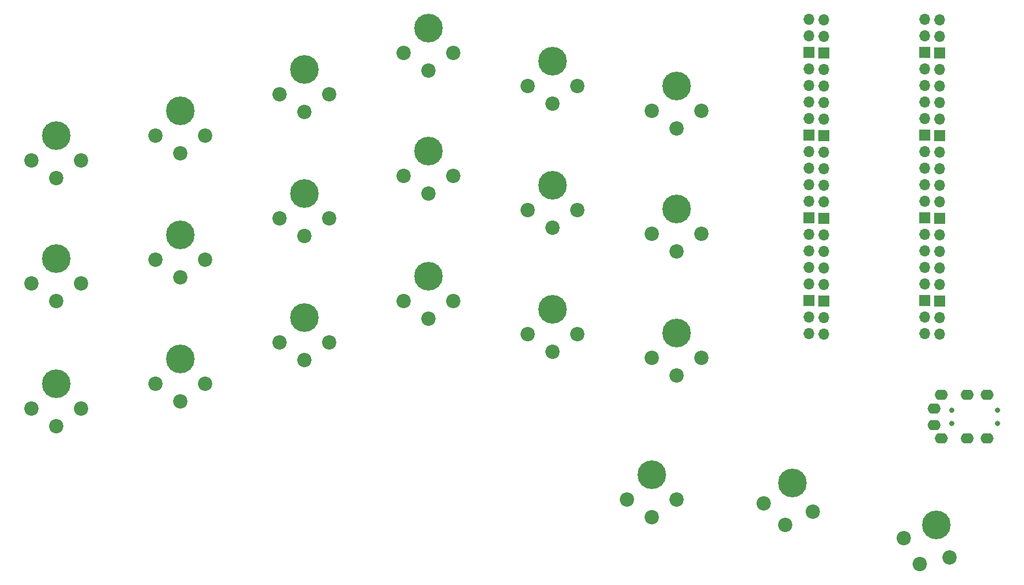
<source format=gbr>
%TF.GenerationSoftware,KiCad,Pcbnew,7.0.10*%
%TF.CreationDate,2024-02-16T13:50:28-07:00*%
%TF.ProjectId,kb42,6b623432-2e6b-4696-9361-645f70636258,rev?*%
%TF.SameCoordinates,Original*%
%TF.FileFunction,Soldermask,Top*%
%TF.FilePolarity,Negative*%
%FSLAX46Y46*%
G04 Gerber Fmt 4.6, Leading zero omitted, Abs format (unit mm)*
G04 Created by KiCad (PCBNEW 7.0.10) date 2024-02-16 13:50:28*
%MOMM*%
%LPD*%
G01*
G04 APERTURE LIST*
%ADD10C,4.400000*%
%ADD11C,2.200000*%
%ADD12C,0.800000*%
%ADD13O,2.000000X1.600000*%
%ADD14O,1.700000X1.700000*%
%ADD15R,1.700000X1.700000*%
G04 APERTURE END LIST*
D10*
%TO.C,SW18*%
X168910000Y-95100000D03*
D11*
X165100000Y-98910000D03*
X172710000Y-98900000D03*
X168910000Y-101600000D03*
%TD*%
D10*
%TO.C,SW11*%
X149860000Y-72390000D03*
D11*
X146050000Y-76200000D03*
X153660000Y-76190000D03*
X149860000Y-78890000D03*
%TD*%
D10*
%TO.C,SW2*%
X92710000Y-60960000D03*
D11*
X88900000Y-64770000D03*
X96510000Y-64760000D03*
X92710000Y-67460000D03*
%TD*%
D10*
%TO.C,SW13*%
X73660000Y-102870000D03*
D11*
X69850000Y-106680000D03*
X77460000Y-106670000D03*
X73660000Y-109370000D03*
%TD*%
D10*
%TO.C,SW4*%
X130810000Y-48260000D03*
D11*
X127000000Y-52070000D03*
X134610000Y-52060000D03*
X130810000Y-54760000D03*
%TD*%
D10*
%TO.C,SW21*%
X208806860Y-124557303D03*
D11*
X203811051Y-126575741D03*
X210820000Y-129540000D03*
X206267108Y-130540585D03*
%TD*%
D10*
%TO.C,SW3*%
X111770000Y-54610000D03*
D11*
X107960000Y-58420000D03*
X115570000Y-58410000D03*
X111770000Y-61110000D03*
%TD*%
D10*
%TO.C,SW17*%
X149860000Y-91440000D03*
D11*
X146050000Y-95250000D03*
X153660000Y-95240000D03*
X149860000Y-97940000D03*
%TD*%
D10*
%TO.C,SW10*%
X130810000Y-67160000D03*
D11*
X127000000Y-70970000D03*
X134610000Y-70960000D03*
X130810000Y-73660000D03*
%TD*%
D10*
%TO.C,SW8*%
X92710000Y-80010000D03*
D11*
X88900000Y-83820000D03*
X96510000Y-83810000D03*
X92710000Y-86510000D03*
%TD*%
D10*
%TO.C,SW1*%
X73660000Y-64770000D03*
D11*
X69850000Y-68580000D03*
X77460000Y-68570000D03*
X73660000Y-71270000D03*
%TD*%
D10*
%TO.C,SW7*%
X73660000Y-83670000D03*
D11*
X69850000Y-87480000D03*
X77460000Y-87470000D03*
X73660000Y-90170000D03*
%TD*%
D10*
%TO.C,SW5*%
X149860000Y-53340000D03*
D11*
X146050000Y-57150000D03*
X153660000Y-57140000D03*
X149860000Y-59840000D03*
%TD*%
D10*
%TO.C,SW9*%
X111760000Y-73660000D03*
D11*
X107950000Y-77470000D03*
X115560000Y-77460000D03*
X111760000Y-80160000D03*
%TD*%
D10*
%TO.C,SW15*%
X111770000Y-92710000D03*
D11*
X107960000Y-96520000D03*
X115570000Y-96510000D03*
X111770000Y-99210000D03*
%TD*%
D10*
%TO.C,SW12*%
X168910000Y-76050000D03*
D11*
X165100000Y-79860000D03*
X172710000Y-79850000D03*
X168910000Y-82550000D03*
%TD*%
D10*
%TO.C,SW6*%
X168920000Y-57160000D03*
D11*
X165110000Y-60970000D03*
X172720000Y-60960000D03*
X168920000Y-63660000D03*
%TD*%
D12*
%TO.C,J2*%
X218142500Y-106900000D03*
X211142500Y-106900000D03*
X218142500Y-109000000D03*
X211142500Y-109000000D03*
D13*
X208442500Y-106700000D03*
X208442500Y-109200000D03*
X209542500Y-104600000D03*
X209542500Y-111300000D03*
X213542500Y-104600000D03*
X216542500Y-111300000D03*
X216542500Y-104600000D03*
X213542500Y-111300000D03*
%TD*%
D10*
%TO.C,SW20*%
X186690000Y-118120000D03*
D11*
X182276283Y-121210518D03*
X189772406Y-122522133D03*
X185561287Y-124521250D03*
%TD*%
D10*
%TO.C,SW19*%
X165110000Y-116850000D03*
D11*
X161300000Y-120660000D03*
X168910000Y-120650000D03*
X165110000Y-123350000D03*
%TD*%
D10*
%TO.C,SW14*%
X92710000Y-99060000D03*
D11*
X88900000Y-102870000D03*
X96510000Y-102860000D03*
X92710000Y-105560000D03*
%TD*%
D14*
%TO.C,U1*%
X191530000Y-46990000D03*
X207010000Y-46953500D03*
X191530000Y-49530000D03*
X207010000Y-49493500D03*
D15*
X191530000Y-52070000D03*
X207010000Y-52033500D03*
D14*
X191530000Y-54610000D03*
X207010000Y-54573500D03*
X191530000Y-57150000D03*
X207010000Y-57113500D03*
X191530000Y-59690000D03*
X207010000Y-59653500D03*
X191530000Y-62230000D03*
X207010000Y-62193500D03*
D15*
X191530000Y-64770000D03*
X207010000Y-64733500D03*
D14*
X191530000Y-67310000D03*
X207010000Y-67273500D03*
X191530000Y-69850000D03*
X207010000Y-69813500D03*
X191530000Y-72390000D03*
X207010000Y-72353500D03*
X191530000Y-74930000D03*
X207010000Y-74893500D03*
D15*
X191530000Y-77470000D03*
X207010000Y-77433500D03*
D14*
X191530000Y-80010000D03*
X207010000Y-79973500D03*
X191530000Y-82550000D03*
X207010000Y-82513500D03*
X191530000Y-85090000D03*
X207010000Y-85053500D03*
X191530000Y-87630000D03*
X207010000Y-87593500D03*
D15*
X191530000Y-90170000D03*
X207010000Y-90133500D03*
D14*
X191530000Y-92710000D03*
X207010000Y-92673500D03*
X191530000Y-95250000D03*
X207010000Y-95213500D03*
X189230000Y-95213500D03*
X209310000Y-95250000D03*
X189230000Y-92673500D03*
X209310000Y-92710000D03*
D15*
X189230000Y-90133500D03*
X209310000Y-90170000D03*
D14*
X189230000Y-87593500D03*
X209310000Y-87630000D03*
X189230000Y-85053500D03*
X209310000Y-85090000D03*
X189230000Y-82513500D03*
X209310000Y-82550000D03*
X189230000Y-79973500D03*
X209310000Y-80010000D03*
D15*
X189230000Y-77433500D03*
X209310000Y-77470000D03*
D14*
X189230000Y-74893500D03*
X209310000Y-74930000D03*
X189230000Y-72353500D03*
X209310000Y-72390000D03*
X189230000Y-69813500D03*
X209310000Y-69850000D03*
X189230000Y-67273500D03*
X209310000Y-67310000D03*
D15*
X189230000Y-64733500D03*
X209310000Y-64770000D03*
D14*
X189230000Y-62193500D03*
X209310000Y-62230000D03*
X189230000Y-59653500D03*
X209310000Y-59690000D03*
X189230000Y-57113500D03*
X209310000Y-57150000D03*
X189230000Y-54573500D03*
X209310000Y-54610000D03*
D15*
X189230000Y-52033500D03*
X209310000Y-52070000D03*
D14*
X189230000Y-49493500D03*
X209310000Y-49530000D03*
X189230000Y-46953500D03*
X209310000Y-46990000D03*
%TD*%
D10*
%TO.C,SW16*%
X130810000Y-86360000D03*
D11*
X127000000Y-90170000D03*
X134610000Y-90160000D03*
X130810000Y-92860000D03*
%TD*%
M02*

</source>
